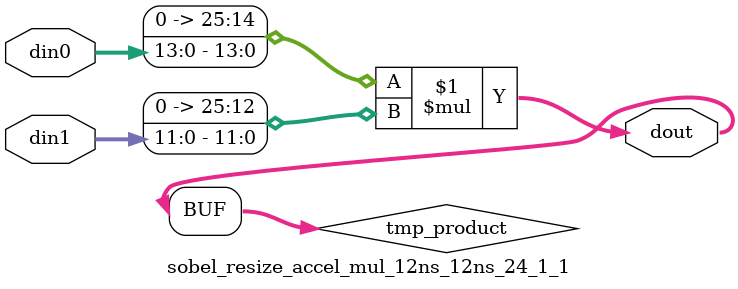
<source format=v>

`timescale 1 ns / 1 ps

  module sobel_resize_accel_mul_12ns_12ns_24_1_1(din0, din1, dout);
parameter ID = 1;
parameter NUM_STAGE = 0;
parameter din0_WIDTH = 14;
parameter din1_WIDTH = 12;
parameter dout_WIDTH = 26;

input [din0_WIDTH - 1 : 0] din0; 
input [din1_WIDTH - 1 : 0] din1; 
output [dout_WIDTH - 1 : 0] dout;

wire signed [dout_WIDTH - 1 : 0] tmp_product;










assign tmp_product = $signed({1'b0, din0}) * $signed({1'b0, din1});











assign dout = tmp_product;







endmodule

</source>
